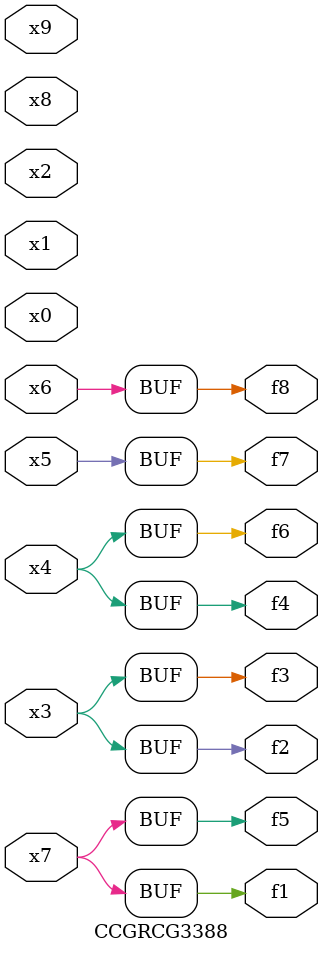
<source format=v>
module CCGRCG3388(
	input x0, x1, x2, x3, x4, x5, x6, x7, x8, x9,
	output f1, f2, f3, f4, f5, f6, f7, f8
);
	assign f1 = x7;
	assign f2 = x3;
	assign f3 = x3;
	assign f4 = x4;
	assign f5 = x7;
	assign f6 = x4;
	assign f7 = x5;
	assign f8 = x6;
endmodule

</source>
